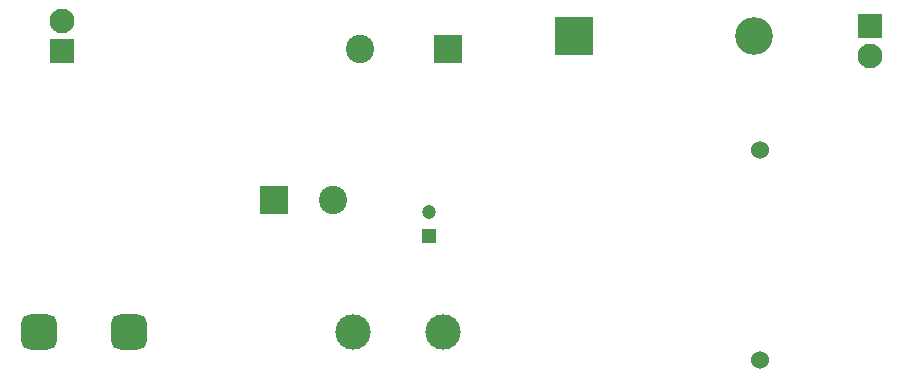
<source format=gbr>
%TF.GenerationSoftware,KiCad,Pcbnew,7.0.7*%
%TF.CreationDate,2023-09-13T14:26:25-04:00*%
%TF.ProjectId,Alim12,416c696d-3132-42e6-9b69-6361645f7063,rev?*%
%TF.SameCoordinates,Original*%
%TF.FileFunction,Soldermask,Bot*%
%TF.FilePolarity,Negative*%
%FSLAX46Y46*%
G04 Gerber Fmt 4.6, Leading zero omitted, Abs format (unit mm)*
G04 Created by KiCad (PCBNEW 7.0.7) date 2023-09-13 14:26:25*
%MOMM*%
%LPD*%
G01*
G04 APERTURE LIST*
G04 Aperture macros list*
%AMRoundRect*
0 Rectangle with rounded corners*
0 $1 Rounding radius*
0 $2 $3 $4 $5 $6 $7 $8 $9 X,Y pos of 4 corners*
0 Add a 4 corners polygon primitive as box body*
4,1,4,$2,$3,$4,$5,$6,$7,$8,$9,$2,$3,0*
0 Add four circle primitives for the rounded corners*
1,1,$1+$1,$2,$3*
1,1,$1+$1,$4,$5*
1,1,$1+$1,$6,$7*
1,1,$1+$1,$8,$9*
0 Add four rect primitives between the rounded corners*
20,1,$1+$1,$2,$3,$4,$5,0*
20,1,$1+$1,$4,$5,$6,$7,0*
20,1,$1+$1,$6,$7,$8,$9,0*
20,1,$1+$1,$8,$9,$2,$3,0*%
G04 Aperture macros list end*
%ADD10R,2.400000X2.400000*%
%ADD11C,2.400000*%
%ADD12R,2.100000X2.100000*%
%ADD13C,2.100000*%
%ADD14C,1.524000*%
%ADD15RoundRect,0.750000X-0.750000X-0.750000X0.750000X-0.750000X0.750000X0.750000X-0.750000X0.750000X0*%
%ADD16C,3.000000*%
%ADD17R,3.200000X3.200000*%
%ADD18O,3.200000X3.200000*%
%ADD19R,1.200000X1.200000*%
%ADD20C,1.200000*%
G04 APERTURE END LIST*
D10*
%TO.C,C3*%
X139160000Y-96030000D03*
D11*
X131660000Y-96030000D03*
%TD*%
D12*
%TO.C,J3*%
X174820000Y-94090000D03*
D13*
X174820000Y-96630000D03*
%TD*%
D10*
%TO.C,C1*%
X124350000Y-108830000D03*
D11*
X129350000Y-108830000D03*
%TD*%
D14*
%TO.C,L1*%
X165530000Y-122370000D03*
X165530000Y-104590000D03*
%TD*%
D12*
%TO.C,J1*%
X106470000Y-96220000D03*
D13*
X106470000Y-93680000D03*
%TD*%
D15*
%TO.C,F1*%
X104515000Y-120030000D03*
X112135000Y-120030000D03*
D16*
X131105000Y-120030000D03*
X138725000Y-120030000D03*
%TD*%
D17*
%TO.C,D1*%
X149820000Y-94970000D03*
D18*
X165060000Y-94970000D03*
%TD*%
D19*
%TO.C,C2*%
X137490000Y-111832599D03*
D20*
X137490000Y-109832599D03*
%TD*%
M02*

</source>
